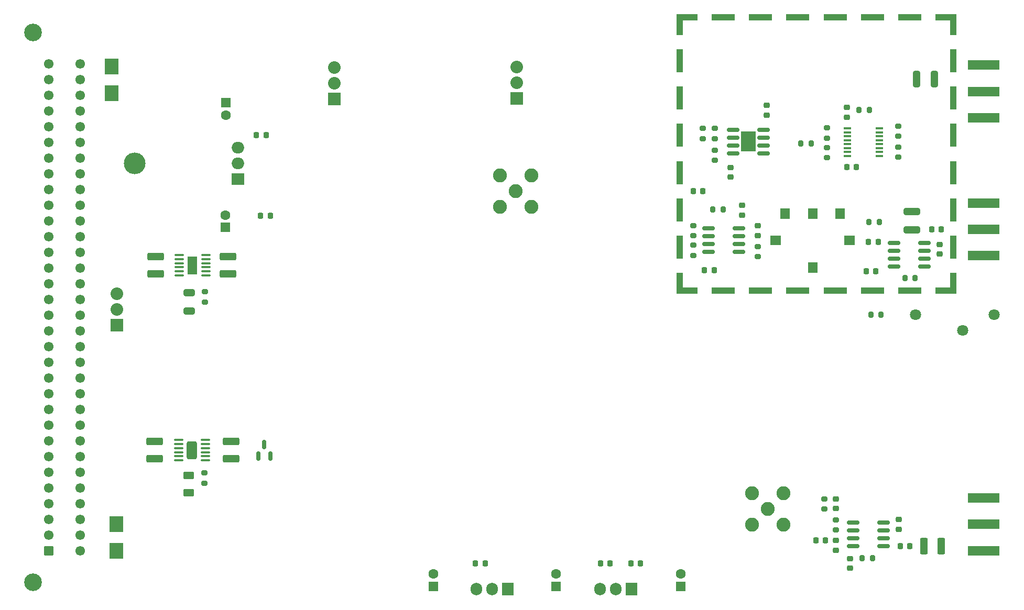
<source format=gbr>
G04 #@! TF.GenerationSoftware,KiCad,Pcbnew,(6.0.7)*
G04 #@! TF.CreationDate,2022-11-17T09:34:03+01:00*
G04 #@! TF.ProjectId,PDH_module,5044485f-6d6f-4647-956c-652e6b696361,1.1*
G04 #@! TF.SameCoordinates,Original*
G04 #@! TF.FileFunction,Soldermask,Top*
G04 #@! TF.FilePolarity,Negative*
%FSLAX46Y46*%
G04 Gerber Fmt 4.6, Leading zero omitted, Abs format (unit mm)*
G04 Created by KiCad (PCBNEW (6.0.7)) date 2022-11-17 09:34:03*
%MOMM*%
%LPD*%
G01*
G04 APERTURE LIST*
G04 Aperture macros list*
%AMRoundRect*
0 Rectangle with rounded corners*
0 $1 Rounding radius*
0 $2 $3 $4 $5 $6 $7 $8 $9 X,Y pos of 4 corners*
0 Add a 4 corners polygon primitive as box body*
4,1,4,$2,$3,$4,$5,$6,$7,$8,$9,$2,$3,0*
0 Add four circle primitives for the rounded corners*
1,1,$1+$1,$2,$3*
1,1,$1+$1,$4,$5*
1,1,$1+$1,$6,$7*
1,1,$1+$1,$8,$9*
0 Add four rect primitives between the rounded corners*
20,1,$1+$1,$2,$3,$4,$5,0*
20,1,$1+$1,$4,$5,$6,$7,0*
20,1,$1+$1,$6,$7,$8,$9,0*
20,1,$1+$1,$8,$9,$2,$3,0*%
G04 Aperture macros list end*
%ADD10C,2.850000*%
%ADD11RoundRect,0.249999X0.525001X-0.525001X0.525001X0.525001X-0.525001X0.525001X-0.525001X-0.525001X0*%
%ADD12C,1.550000*%
%ADD13RoundRect,0.250000X-1.075000X0.375000X-1.075000X-0.375000X1.075000X-0.375000X1.075000X0.375000X0*%
%ADD14RoundRect,0.250000X-0.625000X0.375000X-0.625000X-0.375000X0.625000X-0.375000X0.625000X0.375000X0*%
%ADD15RoundRect,0.225000X0.225000X0.250000X-0.225000X0.250000X-0.225000X-0.250000X0.225000X-0.250000X0*%
%ADD16RoundRect,0.218750X0.256250X-0.218750X0.256250X0.218750X-0.256250X0.218750X-0.256250X-0.218750X0*%
%ADD17RoundRect,0.218750X-0.256250X0.218750X-0.256250X-0.218750X0.256250X-0.218750X0.256250X0.218750X0*%
%ADD18R,1.600000X1.600000*%
%ADD19C,1.600000*%
%ADD20RoundRect,0.218750X-0.218750X-0.256250X0.218750X-0.256250X0.218750X0.256250X-0.218750X0.256250X0*%
%ADD21RoundRect,0.200000X-0.275000X0.200000X-0.275000X-0.200000X0.275000X-0.200000X0.275000X0.200000X0*%
%ADD22RoundRect,0.250000X0.375000X1.075000X-0.375000X1.075000X-0.375000X-1.075000X0.375000X-1.075000X0*%
%ADD23R,1.905000X2.000000*%
%ADD24O,1.905000X2.000000*%
%ADD25RoundRect,0.100000X-0.625000X-0.100000X0.625000X-0.100000X0.625000X0.100000X-0.625000X0.100000X0*%
%ADD26RoundRect,0.249999X-0.575001X-1.175001X0.575001X-1.175001X0.575001X1.175001X-0.575001X1.175001X0*%
%ADD27RoundRect,0.225000X-0.225000X-0.250000X0.225000X-0.250000X0.225000X0.250000X-0.225000X0.250000X0*%
%ADD28RoundRect,0.225000X-0.250000X0.225000X-0.250000X-0.225000X0.250000X-0.225000X0.250000X0.225000X0*%
%ADD29RoundRect,0.225000X0.250000X-0.225000X0.250000X0.225000X-0.250000X0.225000X-0.250000X-0.225000X0*%
%ADD30R,2.300000X2.500000*%
%ADD31R,5.080000X1.500000*%
%ADD32C,2.250000*%
%ADD33R,1.000000X3.800000*%
%ADD34R,3.800000X1.000000*%
%ADD35R,1.000000X1.000000*%
%ADD36R,2.440000X1.000000*%
%ADD37R,1.000000X2.440000*%
%ADD38RoundRect,0.250000X-1.075000X0.312500X-1.075000X-0.312500X1.075000X-0.312500X1.075000X0.312500X0*%
%ADD39RoundRect,0.200000X0.275000X-0.200000X0.275000X0.200000X-0.275000X0.200000X-0.275000X-0.200000X0*%
%ADD40RoundRect,0.200000X-0.200000X-0.275000X0.200000X-0.275000X0.200000X0.275000X-0.200000X0.275000X0*%
%ADD41RoundRect,0.250000X0.312500X1.075000X-0.312500X1.075000X-0.312500X-1.075000X0.312500X-1.075000X0*%
%ADD42RoundRect,0.200000X0.200000X0.275000X-0.200000X0.275000X-0.200000X-0.275000X0.200000X-0.275000X0*%
%ADD43C,1.800000*%
%ADD44RoundRect,0.150000X-0.825000X-0.150000X0.825000X-0.150000X0.825000X0.150000X-0.825000X0.150000X0*%
%ADD45R,2.410000X3.300000*%
%ADD46RoundRect,0.150000X0.825000X0.150000X-0.825000X0.150000X-0.825000X-0.150000X0.825000X-0.150000X0*%
%ADD47R,1.200000X0.400000*%
%ADD48C,2.032000*%
%ADD49R,2.032000X2.032000*%
%ADD50RoundRect,0.250000X-0.650000X0.325000X-0.650000X-0.325000X0.650000X-0.325000X0.650000X0.325000X0*%
%ADD51R,1.650000X2.850000*%
%ADD52R,1.778000X1.524000*%
%ADD53R,1.524000X1.778000*%
%ADD54O,3.500000X3.500000*%
%ADD55R,2.000000X1.905000*%
%ADD56O,2.000000X1.905000*%
%ADD57RoundRect,0.150000X0.150000X-0.587500X0.150000X0.587500X-0.150000X0.587500X-0.150000X-0.587500X0*%
G04 APERTURE END LIST*
D10*
X82860000Y-139380000D03*
X82860000Y-50480000D03*
D11*
X85400000Y-134300000D03*
D12*
X85400000Y-131760000D03*
X85400000Y-129220000D03*
X85400000Y-126680000D03*
X85400000Y-124140000D03*
X85400000Y-121600000D03*
X85400000Y-119060000D03*
X85400000Y-116520000D03*
X85400000Y-113980000D03*
X85400000Y-111440000D03*
X85400000Y-108900000D03*
X85400000Y-106360000D03*
X85400000Y-103820000D03*
X85400000Y-101280000D03*
X85400000Y-98740000D03*
X85400000Y-96200000D03*
X85400000Y-93660000D03*
X85400000Y-91120000D03*
X85400000Y-88580000D03*
X85400000Y-86040000D03*
X85400000Y-83500000D03*
X85400000Y-80960000D03*
X85400000Y-78420000D03*
X85400000Y-75880000D03*
X85400000Y-73340000D03*
X85400000Y-70800000D03*
X85400000Y-68260000D03*
X85400000Y-65720000D03*
X85400000Y-63180000D03*
X85400000Y-60640000D03*
X85400000Y-58100000D03*
X85400000Y-55560000D03*
X90480000Y-134300000D03*
X90480000Y-131760000D03*
X90480000Y-129220000D03*
X90480000Y-126680000D03*
X90480000Y-124140000D03*
X90480000Y-121600000D03*
X90480000Y-119060000D03*
X90480000Y-116520000D03*
X90480000Y-113980000D03*
X90480000Y-111440000D03*
X90480000Y-108900000D03*
X90480000Y-106360000D03*
X90480000Y-103820000D03*
X90480000Y-101280000D03*
X90480000Y-98740000D03*
X90480000Y-96200000D03*
X90480000Y-93660000D03*
X90480000Y-91120000D03*
X90480000Y-88580000D03*
X90480000Y-86040000D03*
X90480000Y-83500000D03*
X90480000Y-80960000D03*
X90480000Y-78420000D03*
X90480000Y-75880000D03*
X90480000Y-73340000D03*
X90480000Y-70800000D03*
X90480000Y-68260000D03*
X90480000Y-65720000D03*
X90480000Y-63180000D03*
X90480000Y-60640000D03*
X90480000Y-58100000D03*
X90480000Y-55560000D03*
D13*
X102500000Y-116600000D03*
X102500000Y-119400000D03*
D14*
X108000000Y-122100000D03*
X108000000Y-124900000D03*
D13*
X114300000Y-86700000D03*
X114300000Y-89500000D03*
X114800000Y-116600000D03*
X114800000Y-119400000D03*
D15*
X210875000Y-132587500D03*
X209325000Y-132587500D03*
D16*
X214800000Y-137087500D03*
X214800000Y-135512500D03*
D17*
X222700000Y-129212500D03*
X222700000Y-130787500D03*
D18*
X187500000Y-140000000D03*
D19*
X187500000Y-138000000D03*
D20*
X179412500Y-136300000D03*
X180987500Y-136300000D03*
D18*
X167300000Y-140000000D03*
D19*
X167300000Y-138000000D03*
D20*
X174512500Y-136300000D03*
X176087500Y-136300000D03*
D18*
X147500000Y-140000000D03*
D19*
X147500000Y-138000000D03*
D20*
X154312500Y-136300000D03*
X155887500Y-136300000D03*
X118925000Y-67100000D03*
X120500000Y-67100000D03*
D18*
X113900000Y-82000000D03*
D19*
X113900000Y-80000000D03*
D20*
X119612500Y-80100000D03*
X121187500Y-80100000D03*
D21*
X110500000Y-121675000D03*
X110500000Y-123325000D03*
D17*
X212500000Y-132612500D03*
X212500000Y-134187500D03*
D22*
X229550000Y-133500000D03*
X226750000Y-133500000D03*
D23*
X179500000Y-140500000D03*
D24*
X176960000Y-140500000D03*
X174420000Y-140500000D03*
D23*
X159500000Y-140500000D03*
D24*
X156960000Y-140500000D03*
X154420000Y-140500000D03*
D25*
X106350000Y-116375000D03*
X106350000Y-117025000D03*
X106350000Y-117675000D03*
X106350000Y-118325000D03*
X106350000Y-118975000D03*
X106350000Y-119625000D03*
X110650000Y-119625000D03*
X110650000Y-118975000D03*
X110650000Y-118325000D03*
X110650000Y-117675000D03*
X110650000Y-117025000D03*
X110650000Y-116375000D03*
D26*
X108500000Y-118000000D03*
D13*
X102600000Y-86700000D03*
X102600000Y-89500000D03*
D27*
X228025000Y-82300000D03*
X229575000Y-82300000D03*
D28*
X229300000Y-84725000D03*
X229300000Y-86275000D03*
D15*
X218975000Y-89100000D03*
X217425000Y-89100000D03*
D28*
X214300000Y-62600000D03*
X214300000Y-64150000D03*
D27*
X189525000Y-76100000D03*
X191075000Y-76100000D03*
X214325000Y-72200000D03*
X215875000Y-72200000D03*
D28*
X195500000Y-72300000D03*
X195500000Y-73850000D03*
D29*
X201400000Y-63800000D03*
X201400000Y-62250000D03*
D30*
X95500000Y-55950000D03*
X95500000Y-60250000D03*
X96300000Y-134250000D03*
X96300000Y-129950000D03*
D31*
X236400000Y-82300000D03*
X236400000Y-78050000D03*
X236400000Y-86550000D03*
D32*
X160800000Y-76100000D03*
X158260000Y-78640000D03*
X158260000Y-73560000D03*
X163340000Y-73560000D03*
X163340000Y-78640000D03*
D33*
X231490000Y-55050000D03*
D34*
X218450000Y-48010000D03*
D33*
X231490000Y-73150000D03*
X187310000Y-67050000D03*
D34*
X212450000Y-92190000D03*
X224450000Y-48010000D03*
X212450000Y-48010000D03*
D35*
X187310000Y-48010000D03*
D34*
X224450000Y-92190000D03*
D35*
X187310000Y-92190000D03*
D33*
X187310000Y-73150000D03*
D36*
X229770000Y-48010000D03*
D34*
X206350000Y-48010000D03*
D37*
X231490000Y-49730000D03*
D33*
X187310000Y-79150000D03*
X231490000Y-85150000D03*
D35*
X231490000Y-92190000D03*
D37*
X231490000Y-90470000D03*
D33*
X187310000Y-55050000D03*
D35*
X231490000Y-48010000D03*
D34*
X194350000Y-92190000D03*
D33*
X187310000Y-61050000D03*
D37*
X187310000Y-49730000D03*
D34*
X218450000Y-92190000D03*
D33*
X231490000Y-79150000D03*
D34*
X200350000Y-92190000D03*
D36*
X189030000Y-92190000D03*
D33*
X231490000Y-61050000D03*
X231490000Y-67050000D03*
D34*
X194350000Y-48010000D03*
X200350000Y-48010000D03*
D36*
X229770000Y-92190000D03*
X189030000Y-48010000D03*
D33*
X187310000Y-85150000D03*
D34*
X206350000Y-92190000D03*
D37*
X187310000Y-90470000D03*
D21*
X191000000Y-65975000D03*
X191000000Y-67625000D03*
D38*
X224800000Y-79437500D03*
X224800000Y-82362500D03*
D39*
X193000000Y-67625000D03*
X193000000Y-65975000D03*
D40*
X218175000Y-96100000D03*
X219825000Y-96100000D03*
X223675000Y-90200000D03*
X225325000Y-90200000D03*
D39*
X193000000Y-71125000D03*
X193000000Y-69475000D03*
D41*
X228462500Y-58000000D03*
X225537500Y-58000000D03*
D42*
X208525000Y-68400000D03*
X206875000Y-68400000D03*
D40*
X216275000Y-63000000D03*
X217925000Y-63000000D03*
D21*
X211100000Y-69075000D03*
X211100000Y-70725000D03*
X222600000Y-68975000D03*
X222600000Y-70625000D03*
X211100000Y-65900000D03*
X211100000Y-67550000D03*
D39*
X222600000Y-67250000D03*
X222600000Y-65600000D03*
D43*
X225400000Y-96100000D03*
X233020000Y-98640000D03*
X238100000Y-96100000D03*
D44*
X195925000Y-66195000D03*
X195925000Y-67465000D03*
X195925000Y-68735000D03*
X195925000Y-70005000D03*
X200875000Y-70005000D03*
X200875000Y-68735000D03*
X200875000Y-67465000D03*
X200875000Y-66195000D03*
D45*
X198400000Y-68100000D03*
D46*
X226875000Y-88305000D03*
X226875000Y-87035000D03*
X226875000Y-85765000D03*
X226875000Y-84495000D03*
X221925000Y-84495000D03*
X221925000Y-85765000D03*
X221925000Y-87035000D03*
X221925000Y-88305000D03*
D47*
X214400000Y-65977500D03*
X214400000Y-66612500D03*
X214400000Y-67247500D03*
X214400000Y-67882500D03*
X214400000Y-68517500D03*
X214400000Y-69152500D03*
X214400000Y-69787500D03*
X214400000Y-70422500D03*
X219600000Y-70422500D03*
X219600000Y-69787500D03*
X219600000Y-69152500D03*
X219600000Y-68517500D03*
X219600000Y-67882500D03*
X219600000Y-67247500D03*
X219600000Y-66612500D03*
X219600000Y-65977500D03*
D31*
X236400000Y-60000000D03*
X236400000Y-55750000D03*
X236400000Y-64250000D03*
X236400000Y-130000000D03*
X236400000Y-125750000D03*
X236400000Y-134250000D03*
D48*
X131500000Y-56160000D03*
X131500000Y-58700000D03*
D49*
X131500000Y-61240000D03*
X96400000Y-97800000D03*
D48*
X96400000Y-95260000D03*
X96400000Y-92720000D03*
D50*
X108100000Y-92525000D03*
X108100000Y-95475000D03*
D29*
X197400000Y-79975000D03*
X197400000Y-78425000D03*
D27*
X191325000Y-88900000D03*
X192875000Y-88900000D03*
D21*
X110600000Y-92375000D03*
X110600000Y-94025000D03*
D39*
X212500000Y-130912500D03*
X212500000Y-129262500D03*
D42*
X218425000Y-135500000D03*
X216775000Y-135500000D03*
D39*
X189500000Y-86525000D03*
X189500000Y-84875000D03*
D21*
X189500000Y-81675000D03*
X189500000Y-83325000D03*
D25*
X106450000Y-86475000D03*
X106450000Y-87125000D03*
X106450000Y-87775000D03*
X106450000Y-88425000D03*
X106450000Y-89075000D03*
X106450000Y-89725000D03*
X110750000Y-89725000D03*
X110750000Y-89075000D03*
X110750000Y-88425000D03*
X110750000Y-87775000D03*
X110750000Y-87125000D03*
X110750000Y-86475000D03*
D51*
X108600000Y-88100000D03*
D44*
X215300000Y-129700000D03*
X215300000Y-130970000D03*
X215300000Y-132240000D03*
X215300000Y-133510000D03*
X220250000Y-133510000D03*
X220250000Y-132240000D03*
X220250000Y-130970000D03*
X220250000Y-129700000D03*
X191925000Y-82095000D03*
X191925000Y-83365000D03*
X191925000Y-84635000D03*
X191925000Y-85905000D03*
X196875000Y-85905000D03*
X196875000Y-84635000D03*
X196875000Y-83365000D03*
X196875000Y-82095000D03*
D52*
X202831000Y-84112000D03*
X214769000Y-84112000D03*
D53*
X208800000Y-79730500D03*
X208800000Y-88493500D03*
X213245000Y-79730500D03*
X204355000Y-79730500D03*
D54*
X99240000Y-71660000D03*
D55*
X115900000Y-74200000D03*
D56*
X115900000Y-71660000D03*
X115900000Y-69120000D03*
D42*
X194325000Y-79100000D03*
X192675000Y-79100000D03*
D49*
X161000000Y-61140000D03*
D48*
X161000000Y-58600000D03*
X161000000Y-56060000D03*
D32*
X201500000Y-127500000D03*
X204040000Y-124960000D03*
X198960000Y-124960000D03*
X204040000Y-130040000D03*
X198960000Y-130040000D03*
D18*
X114000000Y-61800000D03*
D19*
X114000000Y-63800000D03*
D42*
X219525000Y-81100000D03*
X217875000Y-81100000D03*
D15*
X224475000Y-133500000D03*
X222925000Y-133500000D03*
D29*
X212500000Y-127462500D03*
X212500000Y-125912500D03*
D27*
X217825000Y-84300000D03*
X219375000Y-84300000D03*
D57*
X119250000Y-118937500D03*
X121150000Y-118937500D03*
X120200000Y-117062500D03*
D39*
X210700000Y-127525000D03*
X210700000Y-125875000D03*
D29*
X199900000Y-83275000D03*
X199900000Y-81725000D03*
D39*
X199900000Y-86725000D03*
X199900000Y-85075000D03*
M02*

</source>
